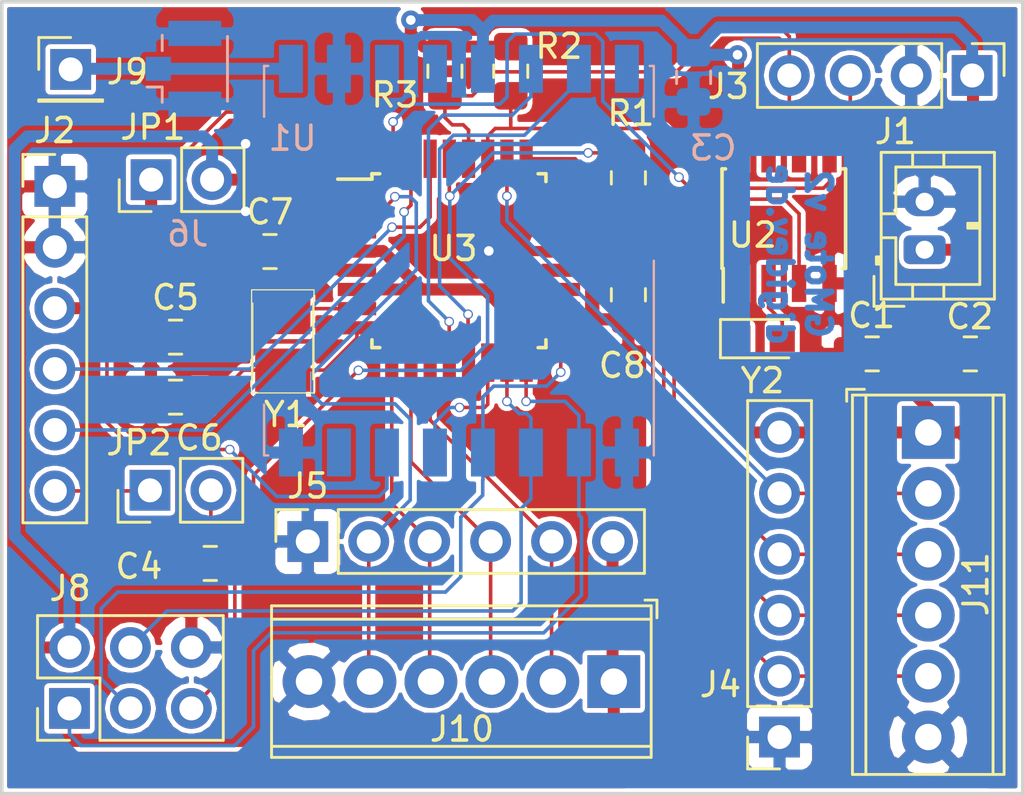
<source format=kicad_pcb>
(kicad_pcb (version 20171130) (host pcbnew 5.0.2+dfsg1-1)
  (title_block (title "GMote Small") (date 2019-02-26) (rev "Rev 0.2") (company DigiDev) (comment 1 https://www.digidev.de/gmote) (comment 2 2019/02) (comment 3 "Small Version") (comment 4 "Generic LoRaWAN Mote"))
  (layers (0 F.Cu signal) (31 B.Cu signal) (34 B.Paste user hide) (35 F.Paste user hide) (36 B.SilkS user) (37 F.SilkS user) (38 B.Mask user) (39 F.Mask user) (44 Edge.Cuts user))
  (net 0 "")
  (net 1 VCC)
  (net 2 GND)
  (net 3 Reset)
  (net 4 DTR)
  (net 5 XTAL1)
  (net 6 XTAL2)
  (net 7 "Net-(C8-Pad1)")
  (net 8 "Net-(J2-Pad3)")
  (net 9 RXI)
  (net 10 TXO)
  (net 11 "Net-(J2-Pad6)")
  (net 12 SDA)
  (net 13 SCL)
  (net 14 ADC0)
  (net 15 ADC1)
  (net 16 ADC2)
  (net 17 ADC3)
  (net 18 PD3)
  (net 19 PD4)
  (net 20 PD5)
  (net 21 PD6)
  (net 22 PD7)
  (net 23 ANT)
  (net 24 MISO)
  (net 25 SCK)
  (net 26 MOSI)
  (net 27 SS)
  (net 28 "Net-(U1-Pad7)")
  (net 29 "Net-(U1-Pad11)")
  (net 30 "Net-(U1-Pad12)")
  (net 31 PB0)
  (net 32 PB1)
  (net 33 "Net-(U1-Pad16)")
  (net 34 "Net-(U2-Pad1)")
  (net 35 "Net-(U2-Pad2)")
  (net 36 INT0)
  (net 37 "Net-(U2-Pad7)")
  (net 38 ADC6)
  (net 39 ADC7)
  (module Connector_JST:JST_PH_B2B-PH-K_1x02_P2.00mm_Vertical (layer F.Cu) (at 84.6328 27.5082 90)
    (fp_text reference J1 (at 4.9276 -1.2192 180) (layer F.SilkS))
    (fp_text value Conn_01x02_Male)
    (pad 1 thru_hole roundrect (at 0 0 90) (size 1.2 1.75) (drill 0.75) (layers *.Cu *.Mask) (roundrect_rratio 0.208333) (net 1 VCC))
    (pad 2 thru_hole oval (at 2 0 90) (size 1.2 1.75) (drill 0.75) (layers *.Cu *.Mask) (net 2 GND))
  )
  (module RF_Module:HOPERF_RFM9XW_SMD (layer B.Cu) (at 65.2272 27.9654 90)
    (fp_text reference U1 (at 5.1054 -6.9342 180) (layer B.SilkS) (effects (justify mirror)))
    (fp_text value RFM95W-868S2)
    (pad 1 smd rect (at -8 7 90) (size 2 1) (layers B.Cu B.Paste B.Mask) (net 2 GND))
    (pad 2 smd rect (at -8 5 90) (size 2 1) (layers B.Cu B.Paste B.Mask) (net 24 MISO))
    (pad 3 smd rect (at -8 3 90) (size 2 1) (layers B.Cu B.Paste B.Mask) (net 26 MOSI))
    (pad 4 smd rect (at -8 1 90) (size 2 1) (layers B.Cu B.Paste B.Mask) (net 25 SCK))
    (pad 5 smd rect (at -8 -1 90) (size 2 1) (layers B.Cu B.Paste B.Mask) (net 27 SS))
    (pad 6 smd rect (at -8 -3 90) (size 2 1) (layers B.Cu B.Paste B.Mask) (net 18 PD3))
    (pad 7 smd rect (at -8 -5 90) (size 2 1) (layers B.Cu B.Paste B.Mask) (net 28 "Net-(U1-Pad7)"))
    (pad 8 smd rect (at -8 -7 90) (size 2 1) (layers B.Cu B.Paste B.Mask) (net 2 GND))
    (pad 9 smd rect (at 8 -7 90) (size 2 1) (layers B.Cu B.Paste B.Mask) (net 23 ANT))
    (pad 10 smd rect (at 8 -5 90) (size 2 1) (layers B.Cu B.Paste B.Mask) (net 2 GND))
    (pad 11 smd rect (at 8 -3 90) (size 2 1) (layers B.Cu B.Paste B.Mask) (net 29 "Net-(U1-Pad11)"))
    (pad 12 smd rect (at 8 -1 90) (size 2 1) (layers B.Cu B.Paste B.Mask) (net 30 "Net-(U1-Pad12)"))
    (pad 13 smd rect (at 8 1 90) (size 2 1) (layers B.Cu B.Paste B.Mask) (net 1 VCC))
    (pad 14 smd rect (at 8 3 90) (size 2 1) (layers B.Cu B.Paste B.Mask) (net 31 PB0))
    (pad 15 smd rect (at 8 5 90) (size 2 1) (layers B.Cu B.Paste B.Mask) (net 32 PB1))
    (pad 16 smd rect (at 8 7 90) (size 2 1) (layers B.Cu B.Paste B.Mask) (net 33 "Net-(U1-Pad16)"))
  )
  (module Capacitor_SMD:C_0805_2012Metric_Pad1.15x1.40mm_HandSolder (layer F.Cu) (at 86.5378 31.8516 180)
    (fp_text reference C2 (at 0.0254 1.5494 180) (layer F.SilkS))
    (fp_text value 0.1uF)
    (pad 2 smd roundrect (at 1.025 0 180) (size 1.15 1.4) (layers F.Cu F.Paste F.Mask) (roundrect_rratio 0.217391) (net 2 GND))
    (pad 1 smd roundrect (at -1.025 0 180) (size 1.15 1.4) (layers F.Cu F.Paste F.Mask) (roundrect_rratio 0.217391) (net 1 VCC))
  )
  (module Capacitor_SMD:C_0805_2012Metric_Pad1.15x1.40mm_HandSolder (layer B.Cu) (at 75.0062 20.32 90)
    (fp_text reference C3 (at -2.9464 0.8128 180) (layer B.SilkS) (effects (justify mirror)))
    (fp_text value 0.1uF)
    (pad 2 smd roundrect (at 1.025 0 90) (size 1.15 1.4) (layers B.Cu B.Paste B.Mask) (roundrect_rratio 0.217391) (net 1 VCC))
    (pad 1 smd roundrect (at -1.025 0 90) (size 1.15 1.4) (layers B.Cu B.Paste B.Mask) (roundrect_rratio 0.217391) (net 2 GND))
  )
  (module Capacitor_SMD:C_0805_2012Metric_Pad1.15x1.40mm_HandSolder (layer F.Cu) (at 54.864 40.5892)
    (fp_text reference C4 (at -2.9718 0.127) (layer F.SilkS))
    (fp_text value 0.1uF)
    (pad 2 smd roundrect (at 1.025 0) (size 1.15 1.4) (layers F.Cu F.Paste F.Mask) (roundrect_rratio 0.217391) (net 3 Reset))
    (pad 1 smd roundrect (at -1.025 0) (size 1.15 1.4) (layers F.Cu F.Paste F.Mask) (roundrect_rratio 0.217391) (net 4 DTR))
  )
  (module Capacitor_SMD:C_0805_2012Metric_Pad1.15x1.40mm_HandSolder (layer F.Cu) (at 53.4162 31.1531)
    (fp_text reference C5 (at 0 -1.65) (layer F.SilkS))
    (fp_text value 16pF)
    (pad 2 smd roundrect (at 1.025 0) (size 1.15 1.4) (layers F.Cu F.Paste F.Mask) (roundrect_rratio 0.217391) (net 5 XTAL1))
    (pad 1 smd roundrect (at -1.025 0) (size 1.15 1.4) (layers F.Cu F.Paste F.Mask) (roundrect_rratio 0.217391) (net 2 GND))
  )
  (module Capacitor_SMD:C_0805_2012Metric_Pad1.15x1.40mm_HandSolder (layer F.Cu) (at 53.4162 33.655)
    (fp_text reference C6 (at 0.9906 1.7018) (layer F.SilkS))
    (fp_text value 16pF)
    (pad 1 smd roundrect (at -1.025 0) (size 1.15 1.4) (layers F.Cu F.Paste F.Mask) (roundrect_rratio 0.217391) (net 2 GND))
    (pad 2 smd roundrect (at 1.025 0) (size 1.15 1.4) (layers F.Cu F.Paste F.Mask) (roundrect_rratio 0.217391) (net 6 XTAL2))
  )
  (module Capacitor_SMD:C_0805_2012Metric_Pad1.15x1.40mm_HandSolder (layer F.Cu) (at 57.3532 27.5844)
    (fp_text reference C7 (at 0 -1.65) (layer F.SilkS))
    (fp_text value 0.1uF)
    (pad 1 smd roundrect (at -1.025 0) (size 1.15 1.4) (layers F.Cu F.Paste F.Mask) (roundrect_rratio 0.217391) (net 2 GND))
    (pad 2 smd roundrect (at 1.025 0) (size 1.15 1.4) (layers F.Cu F.Paste F.Mask) (roundrect_rratio 0.217391) (net 1 VCC))
  )
  (module Capacitor_SMD:C_0805_2012Metric_Pad1.15x1.40mm_HandSolder (layer F.Cu) (at 72.2884 29.3878 270)
    (fp_text reference C8 (at 2.9464 0.254) (layer F.SilkS))
    (fp_text value 0.1uF)
    (pad 2 smd roundrect (at 1.025 0 270) (size 1.15 1.4) (layers F.Cu F.Paste F.Mask) (roundrect_rratio 0.217391) (net 2 GND))
    (pad 1 smd roundrect (at -1.025 0 270) (size 1.15 1.4) (layers F.Cu F.Paste F.Mask) (roundrect_rratio 0.217391) (net 7 "Net-(C8-Pad1)"))
  )
  (module Connector_PinHeader_2.54mm:PinHeader_1x06_P2.54mm_Vertical (layer F.Cu) (at 48.387 24.8666)
    (fp_text reference J2 (at 0 -2.33) (layer F.SilkS))
    (fp_text value Conn_01x06_Male)
    (pad 1 thru_hole rect (at 0 0) (size 1.7 1.7) (drill 1) (layers *.Cu *.Mask) (net 2 GND))
    (pad 2 thru_hole oval (at 0 2.54) (size 1.7 1.7) (drill 1) (layers *.Cu *.Mask) (net 2 GND))
    (pad 3 thru_hole oval (at 0 5.08) (size 1.7 1.7) (drill 1) (layers *.Cu *.Mask) (net 8 "Net-(J2-Pad3)"))
    (pad 4 thru_hole oval (at 0 7.62) (size 1.7 1.7) (drill 1) (layers *.Cu *.Mask) (net 9 RXI))
    (pad 5 thru_hole oval (at 0 10.16) (size 1.7 1.7) (drill 1) (layers *.Cu *.Mask) (net 10 TXO))
    (pad 6 thru_hole oval (at 0 12.7) (size 1.7 1.7) (drill 1) (layers *.Cu *.Mask) (net 11 "Net-(J2-Pad6)"))
  )
  (module Connector_PinHeader_2.54mm:PinHeader_1x04_P2.54mm_Vertical (layer F.Cu) (at 86.614 20.2438 270)
    (fp_text reference J3 (at 0.4572 10.16) (layer F.SilkS))
    (fp_text value Conn_01x04_Male)
    (pad 1 thru_hole rect (at 0 0 270) (size 1.7 1.7) (drill 1) (layers *.Cu *.Mask) (net 1 VCC))
    (pad 2 thru_hole oval (at 0 2.54 270) (size 1.7 1.7) (drill 1) (layers *.Cu *.Mask) (net 2 GND))
    (pad 3 thru_hole oval (at 0 5.08 270) (size 1.7 1.7) (drill 1) (layers *.Cu *.Mask) (net 12 SDA))
    (pad 4 thru_hole oval (at 0 7.62 270) (size 1.7 1.7) (drill 1) (layers *.Cu *.Mask) (net 13 SCL))
  )
  (module Connector_PinSocket_2.54mm:PinSocket_1x06_P2.54mm_Vertical (layer F.Cu) (at 78.5876 47.8282 180)
    (fp_text reference J4 (at 2.4638 2.1844 180) (layer F.SilkS))
    (fp_text value Conn_ADC)
    (pad 6 thru_hole oval (at 0 12.7 180) (size 1.7 1.7) (drill 1) (layers *.Cu *.Mask) (net 1 VCC))
    (pad 5 thru_hole oval (at 0 10.16 180) (size 1.7 1.7) (drill 1) (layers *.Cu *.Mask) (net 17 ADC3))
    (pad 4 thru_hole oval (at 0 7.62 180) (size 1.7 1.7) (drill 1) (layers *.Cu *.Mask) (net 16 ADC2))
    (pad 3 thru_hole oval (at 0 5.08 180) (size 1.7 1.7) (drill 1) (layers *.Cu *.Mask) (net 15 ADC1))
    (pad 2 thru_hole oval (at 0 2.54 180) (size 1.7 1.7) (drill 1) (layers *.Cu *.Mask) (net 14 ADC0))
    (pad 1 thru_hole rect (at 0 0 180) (size 1.7 1.7) (drill 1) (layers *.Cu *.Mask) (net 2 GND))
  )
  (module Connector_PinSocket_2.54mm:PinSocket_1x06_P2.54mm_Vertical (layer F.Cu) (at 58.928 39.6748 90)
    (fp_text reference J5 (at 2.3114 0 180) (layer F.SilkS))
    (fp_text value Conn_IO)
    (pad 1 thru_hole rect (at 0 0 90) (size 1.7 1.7) (drill 1) (layers *.Cu *.Mask) (net 2 GND))
    (pad 2 thru_hole oval (at 0 2.54 90) (size 1.7 1.7) (drill 1) (layers *.Cu *.Mask) (net 19 PD4))
    (pad 3 thru_hole oval (at 0 5.08 90) (size 1.7 1.7) (drill 1) (layers *.Cu *.Mask) (net 20 PD5))
    (pad 4 thru_hole oval (at 0 7.62 90) (size 1.7 1.7) (drill 1) (layers *.Cu *.Mask) (net 21 PD6))
    (pad 5 thru_hole oval (at 0 10.16 90) (size 1.7 1.7) (drill 1) (layers *.Cu *.Mask) (net 22 PD7))
    (pad 6 thru_hole oval (at 0 12.7 90) (size 1.7 1.7) (drill 1) (layers *.Cu *.Mask) (net 1 VCC))
  )
  (module Connector_Coaxial:U.FL_Hirose_U.FL-R-SMT-1_Vertical (layer B.Cu) (at 53.7464 19.9644)
    (fp_text reference J6 (at 0.1778 6.8834) (layer B.SilkS) (effects (justify mirror)))
    (fp_text value Ant_UFL)
    (pad 2 smd rect (at 0.475 -1.475) (size 2.2 1.05) (layers B.Cu B.Paste B.Mask) (net 2 GND))
    (pad 1 smd rect (at -1.05 0) (size 1.05 1) (layers B.Cu B.Paste B.Mask) (net 23 ANT))
    (pad 2 smd rect (at 0.475 1.475) (size 2.2 1.05) (layers B.Cu B.Paste B.Mask) (net 2 GND))
  )
  (module Connector_PinHeader_2.54mm:PinHeader_2x03_P2.54mm_Vertical (layer F.Cu) (at 48.9966 46.6344 90)
    (fp_text reference J8 (at 5.0038 0.0254 180) (layer F.SilkS))
    (fp_text value AVR-ISP-6)
    (pad 1 thru_hole rect (at 0 0 90) (size 1.7 1.7) (drill 1) (layers *.Cu *.Mask) (net 24 MISO))
    (pad 2 thru_hole oval (at 2.54 0 90) (size 1.7 1.7) (drill 1) (layers *.Cu *.Mask) (net 1 VCC))
    (pad 3 thru_hole oval (at 0 2.54 90) (size 1.7 1.7) (drill 1) (layers *.Cu *.Mask) (net 25 SCK))
    (pad 4 thru_hole oval (at 2.54 2.54 90) (size 1.7 1.7) (drill 1) (layers *.Cu *.Mask) (net 26 MOSI))
    (pad 5 thru_hole oval (at 0 5.08 90) (size 1.7 1.7) (drill 1) (layers *.Cu *.Mask) (net 3 Reset))
    (pad 6 thru_hole oval (at 2.54 5.08 90) (size 1.7 1.7) (drill 1) (layers *.Cu *.Mask) (net 2 GND))
  )
  (module Connector_PinHeader_2.54mm:PinHeader_1x01_P2.54mm_Vertical (layer F.Cu) (at 49.0474 19.9898)
    (fp_text reference J9 (at 2.3622 0.1016) (layer F.SilkS))
    (fp_text value Conn_01x01_Male)
    (pad 1 thru_hole rect (at 0 0) (size 1.7 1.7) (drill 1) (layers *.Cu *.Mask) (net 23 ANT))
  )
  (module Connector_PinHeader_2.54mm:PinHeader_1x02_P2.54mm_Vertical (layer F.Cu) (at 52.4002 24.5872 90)
    (fp_text reference JP1 (at 2.1844 0.0762 180) (layer F.SilkS))
    (fp_text value Jumper)
    (pad 2 thru_hole oval (at 0 2.54 90) (size 1.7 1.7) (drill 1) (layers *.Cu *.Mask) (net 1 VCC))
    (pad 1 thru_hole rect (at 0 0 90) (size 1.7 1.7) (drill 1) (layers *.Cu *.Mask) (net 8 "Net-(J2-Pad3)"))
  )
  (module Connector_PinHeader_2.54mm:PinHeader_1x02_P2.54mm_Vertical (layer F.Cu) (at 52.3494 37.5412 90)
    (fp_text reference JP2 (at 1.9812 -0.4572 180) (layer F.SilkS))
    (fp_text value Jumper)
    (pad 1 thru_hole rect (at 0 0 90) (size 1.7 1.7) (drill 1) (layers *.Cu *.Mask) (net 11 "Net-(J2-Pad6)"))
    (pad 2 thru_hole oval (at 0 2.54 90) (size 1.7 1.7) (drill 1) (layers *.Cu *.Mask) (net 4 DTR))
  )
  (module Resistor_SMD:R_0805_2012Metric_Pad1.15x1.40mm_HandSolder (layer F.Cu) (at 72.2884 24.511 270)
    (fp_text reference R1 (at -2.6924 -0.1016) (layer F.SilkS))
    (fp_text value 10k)
    (pad 2 smd roundrect (at 1.025 0 270) (size 1.15 1.4) (layers F.Cu F.Paste F.Mask) (roundrect_rratio 0.217391) (net 1 VCC))
    (pad 1 smd roundrect (at -1.025 0 270) (size 1.15 1.4) (layers F.Cu F.Paste F.Mask) (roundrect_rratio 0.217391) (net 3 Reset))
  )
  (module Resistor_SMD:R_0805_2012Metric_Pad1.15x1.40mm_HandSolder (layer F.Cu) (at 67.3862 20.066 270)
    (fp_text reference R2 (at -1.0414 -2.0066) (layer F.SilkS))
    (fp_text value 10k)
    (pad 1 smd roundrect (at -1.025 0 270) (size 1.15 1.4) (layers F.Cu F.Paste F.Mask) (roundrect_rratio 0.217391) (net 1 VCC))
    (pad 2 smd roundrect (at 1.025 0 270) (size 1.15 1.4) (layers F.Cu F.Paste F.Mask) (roundrect_rratio 0.217391) (net 12 SDA))
  )
  (module Resistor_SMD:R_0805_2012Metric_Pad1.15x1.40mm_HandSolder (layer F.Cu) (at 64.643 20.066 270)
    (fp_text reference R3 (at 0.9906 2.0828) (layer F.SilkS))
    (fp_text value 10k)
    (pad 2 smd roundrect (at 1.025 0 270) (size 1.15 1.4) (layers F.Cu F.Paste F.Mask) (roundrect_rratio 0.217391) (net 13 SCL))
    (pad 1 smd roundrect (at -1.025 0 270) (size 1.15 1.4) (layers F.Cu F.Paste F.Mask) (roundrect_rratio 0.217391) (net 1 VCC))
  )
  (module Package_SO:SOIC-8_3.9x4.9mm_P1.27mm (layer F.Cu) (at 78.7654 26.2128 90)
    (fp_text reference U2 (at -0.6858 -1.2954 180) (layer F.SilkS))
    (fp_text value PCF8563T)
    (pad 1 smd rect (at -2.7 -1.905 90) (size 1.55 0.6) (layers F.Cu F.Paste F.Mask) (net 34 "Net-(U2-Pad1)"))
    (pad 2 smd rect (at -2.7 -0.635 90) (size 1.55 0.6) (layers F.Cu F.Paste F.Mask) (net 35 "Net-(U2-Pad2)"))
    (pad 3 smd rect (at -2.7 0.635 90) (size 1.55 0.6) (layers F.Cu F.Paste F.Mask) (net 36 INT0))
    (pad 4 smd rect (at -2.7 1.905 90) (size 1.55 0.6) (layers F.Cu F.Paste F.Mask) (net 2 GND))
    (pad 5 smd rect (at 2.7 1.905 90) (size 1.55 0.6) (layers F.Cu F.Paste F.Mask) (net 12 SDA))
    (pad 6 smd rect (at 2.7 0.635 90) (size 1.55 0.6) (layers F.Cu F.Paste F.Mask) (net 13 SCL))
    (pad 7 smd rect (at 2.7 -0.635 90) (size 1.55 0.6) (layers F.Cu F.Paste F.Mask) (net 37 "Net-(U2-Pad7)"))
    (pad 8 smd rect (at 2.7 -1.905 90) (size 1.55 0.6) (layers F.Cu F.Paste F.Mask) (net 1 VCC))
  )
  (module Package_QFP:TQFP-32_7x7mm_P0.8mm (layer F.Cu) (at 65.2272 27.9654)
    (fp_text reference U3 (at -0.2286 -0.508) (layer F.SilkS))
    (fp_text value ATmega328P-AU)
    (pad 32 smd rect (at -2.8 -4.25 90) (size 1.6 0.55) (layers F.Cu F.Paste F.Mask) (net 36 INT0))
    (pad 31 smd rect (at -2 -4.25 90) (size 1.6 0.55) (layers F.Cu F.Paste F.Mask) (net 10 TXO))
    (pad 30 smd rect (at -1.2 -4.25 90) (size 1.6 0.55) (layers F.Cu F.Paste F.Mask) (net 9 RXI))
    (pad 29 smd rect (at -0.4 -4.25 90) (size 1.6 0.55) (layers F.Cu F.Paste F.Mask) (net 3 Reset))
    (pad 28 smd rect (at 0.4 -4.25 90) (size 1.6 0.55) (layers F.Cu F.Paste F.Mask) (net 13 SCL))
    (pad 27 smd rect (at 1.2 -4.25 90) (size 1.6 0.55) (layers F.Cu F.Paste F.Mask) (net 12 SDA))
    (pad 26 smd rect (at 2 -4.25 90) (size 1.6 0.55) (layers F.Cu F.Paste F.Mask) (net 17 ADC3))
    (pad 25 smd rect (at 2.8 -4.25 90) (size 1.6 0.55) (layers F.Cu F.Paste F.Mask) (net 16 ADC2))
    (pad 24 smd rect (at 4.25 -2.8) (size 1.6 0.55) (layers F.Cu F.Paste F.Mask) (net 15 ADC1))
    (pad 23 smd rect (at 4.25 -2) (size 1.6 0.55) (layers F.Cu F.Paste F.Mask) (net 14 ADC0))
    (pad 22 smd rect (at 4.25 -1.2) (size 1.6 0.55) (layers F.Cu F.Paste F.Mask) (net 39 ADC7))
    (pad 21 smd rect (at 4.25 -0.4) (size 1.6 0.55) (layers F.Cu F.Paste F.Mask) (net 2 GND))
    (pad 20 smd rect (at 4.25 0.4) (size 1.6 0.55) (layers F.Cu F.Paste F.Mask) (net 7 "Net-(C8-Pad1)"))
    (pad 19 smd rect (at 4.25 1.2) (size 1.6 0.55) (layers F.Cu F.Paste F.Mask) (net 38 ADC6))
    (pad 18 smd rect (at 4.25 2) (size 1.6 0.55) (layers F.Cu F.Paste F.Mask) (net 1 VCC))
    (pad 17 smd rect (at 4.25 2.8) (size 1.6 0.55) (layers F.Cu F.Paste F.Mask) (net 25 SCK))
    (pad 16 smd rect (at 2.8 4.25 90) (size 1.6 0.55) (layers F.Cu F.Paste F.Mask) (net 24 MISO))
    (pad 15 smd rect (at 2 4.25 90) (size 1.6 0.55) (layers F.Cu F.Paste F.Mask) (net 26 MOSI))
    (pad 14 smd rect (at 1.2 4.25 90) (size 1.6 0.55) (layers F.Cu F.Paste F.Mask) (net 27 SS))
    (pad 13 smd rect (at 0.4 4.25 90) (size 1.6 0.55) (layers F.Cu F.Paste F.Mask) (net 32 PB1))
    (pad 12 smd rect (at -0.4 4.25 90) (size 1.6 0.55) (layers F.Cu F.Paste F.Mask) (net 31 PB0))
    (pad 11 smd rect (at -1.2 4.25 90) (size 1.6 0.55) (layers F.Cu F.Paste F.Mask) (net 22 PD7))
    (pad 10 smd rect (at -2 4.25 90) (size 1.6 0.55) (layers F.Cu F.Paste F.Mask) (net 21 PD6))
    (pad 9 smd rect (at -2.8 4.25 90) (size 1.6 0.55) (layers F.Cu F.Paste F.Mask) (net 20 PD5))
    (pad 8 smd rect (at -4.25 2.8) (size 1.6 0.55) (layers F.Cu F.Paste F.Mask) (net 6 XTAL2))
    (pad 7 smd rect (at -4.25 2) (size 1.6 0.55) (layers F.Cu F.Paste F.Mask) (net 5 XTAL1))
    (pad 6 smd rect (at -4.25 1.2) (size 1.6 0.55) (layers F.Cu F.Paste F.Mask) (net 1 VCC))
    (pad 5 smd rect (at -4.25 0.4) (size 1.6 0.55) (layers F.Cu F.Paste F.Mask) (net 2 GND))
    (pad 4 smd rect (at -4.25 -0.4) (size 1.6 0.55) (layers F.Cu F.Paste F.Mask) (net 1 VCC))
    (pad 3 smd rect (at -4.25 -1.2) (size 1.6 0.55) (layers F.Cu F.Paste F.Mask) (net 2 GND))
    (pad 2 smd rect (at -4.25 -2) (size 1.6 0.55) (layers F.Cu F.Paste F.Mask) (net 19 PD4))
    (pad 1 smd rect (at -4.25 -2.8) (size 1.6 0.55) (layers F.Cu F.Paste F.Mask) (net 18 PD3))
  )
  (module Crystal:Crystal_SMD_2012-2Pin_2.0x1.2mm_HandSoldering (layer F.Cu) (at 77.7748 31.2166)
    (fp_text reference Y2 (at 0.1016 1.7526) (layer F.SilkS))
    (fp_text value 32.768kHz)
    (pad 2 smd rect (at 0.925 0) (size 1.05 1.1) (layers F.Cu F.Paste F.Mask) (net 35 "Net-(U2-Pad2)"))
    (pad 1 smd rect (at -0.925 0) (size 1.05 1.1) (layers F.Cu F.Paste F.Mask) (net 34 "Net-(U2-Pad1)"))
  )
  (module TerminalBlock_Phoenix:TerminalBlock_Phoenix_MPT-0,5-6-2.54_1x06_P2.54mm_Horizontal (layer F.Cu) (at 71.6788 45.5168 180)
    (fp_text reference J10 (at 6.3246 -1.9812 180) (layer F.SilkS))
    (fp_text value Screw_Terminal_IO)
    (pad 6 thru_hole circle (at 12.7 0 180) (size 2.2 2.2) (drill 1.1) (layers *.Cu *.Mask) (net 2 GND))
    (pad 5 thru_hole circle (at 10.16 0 180) (size 2.2 2.2) (drill 1.1) (layers *.Cu *.Mask) (net 19 PD4))
    (pad 4 thru_hole circle (at 7.62 0 180) (size 2.2 2.2) (drill 1.1) (layers *.Cu *.Mask) (net 20 PD5))
    (pad 3 thru_hole circle (at 5.08 0 180) (size 2.2 2.2) (drill 1.1) (layers *.Cu *.Mask) (net 21 PD6))
    (pad 2 thru_hole circle (at 2.54 0 180) (size 2.2 2.2) (drill 1.1) (layers *.Cu *.Mask) (net 22 PD7))
    (pad 1 thru_hole rect (at 0 0 180) (size 2.2 2.2) (drill 1.1) (layers *.Cu *.Mask) (net 1 VCC))
  )
  (module TerminalBlock_Phoenix:TerminalBlock_Phoenix_MPT-0,5-6-2.54_1x06_P2.54mm_Horizontal (layer F.Cu) (at 84.7852 35.1282 270)
    (fp_text reference J11 (at 6.3246 -1.9812 270) (layer F.SilkS))
    (fp_text value Screw_Terminal_ADC)
    (pad 1 thru_hole rect (at 0 0 270) (size 2.2 2.2) (drill 1.1) (layers *.Cu *.Mask) (net 1 VCC))
    (pad 2 thru_hole circle (at 2.54 0 270) (size 2.2 2.2) (drill 1.1) (layers *.Cu *.Mask) (net 17 ADC3))
    (pad 3 thru_hole circle (at 5.08 0 270) (size 2.2 2.2) (drill 1.1) (layers *.Cu *.Mask) (net 16 ADC2))
    (pad 4 thru_hole circle (at 7.62 0 270) (size 2.2 2.2) (drill 1.1) (layers *.Cu *.Mask) (net 15 ADC1))
    (pad 5 thru_hole circle (at 10.16 0 270) (size 2.2 2.2) (drill 1.1) (layers *.Cu *.Mask) (net 14 ADC0))
    (pad 6 thru_hole circle (at 12.7 0 270) (size 2.2 2.2) (drill 1.1) (layers *.Cu *.Mask) (net 2 GND))
  )
  (module Capacitor_SMD:C_0805_2012Metric_Pad1.15x1.40mm_HandSolder (layer F.Cu) (at 82.4484 31.8516 180)
    (fp_text reference C1 (at 0.0254 1.6002 180) (layer F.SilkS))
    (fp_text value 10uF)
    (pad 2 smd roundrect (at 1.025 0 180) (size 1.15 1.4) (layers F.Cu F.Paste F.Mask) (roundrect_rratio 0.217391) (net 2 GND))
    (pad 1 smd roundrect (at -1.025 0 180) (size 1.15 1.4) (layers F.Cu F.Paste F.Mask) (roundrect_rratio 0.217391) (net 1 VCC))
  )
  (module gmote:Crystal_3.0x2.5_HandSoldering (layer F.Cu) (at 57.8866 31.3309 270)
    (fp_text reference Y1 (at 3.048 -0.127) (layer F.SilkS))
    (fp_text value 8Mhz)
    (pad 1 smd rect (at -1.2 0 270) (size 1.8 2.3) (layers F.Cu F.Paste F.Mask) (net 5 XTAL1))
    (pad 2 smd rect (at 1.2 0 270) (size 1.8 2.3) (layers F.Cu F.Paste F.Mask) (net 6 XTAL2))
  )
  (gr_text "GMote v2\ndigidev.de" (at 79.4004 27.686 270) (layer B.Cu) (effects (font (size 1 1) (thickness 0.25)) (justify mirror)))
  (gr_line (start 88.7222 17.1704) (end 46.1772 17.1704) (layer Edge.Cuts) (width 0.15))
  (gr_line (start 88.7222 50.1904) (end 88.7222 17.1704) (layer Edge.Cuts) (width 0.15))
  (gr_line (start 46.1772 50.1904) (end 88.7222 50.1904) (layer Edge.Cuts) (width 0.15))
  (gr_line (start 46.1772 17.1704) (end 46.1772 50.1904) (layer Edge.Cuts) (width 0.15))
  (segment (start 58.3972 27.5654) (end 58.3782 27.5844) (width 0.5) (layer F.Cu) (net 1))
  (segment (start 60.9772 27.5654) (end 58.3972 27.5654) (width 0.5) (layer F.Cu) (net 1))
  (segment (start 66.2522 19.9404) (end 66.2272 19.9654) (width 0.5) (layer B.Cu) (net 1))
  (segment (start 71.628 45.466) (end 71.6788 45.5168) (width 0.5) (layer F.Cu) (net 1))
  (segment (start 71.628 39.6748) (end 71.628 45.466) (width 0.5) (layer F.Cu) (net 1))
  (segment (start 78.5876 35.1282) (end 84.7852 35.1282) (width 0.5) (layer F.Cu) (net 1))
  (segment (start 66.2272 19.9654) (end 66.2272 19.4654) (width 0.5) (layer B.Cu) (net 1))
  (segment (start 75.629572 18.671628) (end 75.629572 18.655228) (width 0.5) (layer B.Cu) (net 1))
  (segment (start 75.0062 19.295) (end 75.629572 18.671628) (width 0.5) (layer B.Cu) (net 1))
  (segment (start 75.629572 18.655228) (end 76.0476 18.2372) (width 0.5) (layer B.Cu) (net 1))
  (segment (start 86.614 18.8938) (end 86.614 20.2438) (width 0.5) (layer B.Cu) (net 1))
  (segment (start 85.9574 18.2372) (end 86.614 18.8938) (width 0.5) (layer B.Cu) (net 1))
  (segment (start 76.0476 18.2372) (end 85.9574 18.2372) (width 0.5) (layer B.Cu) (net 1))
  (segment (start 87.5628 32.6516) (end 87.5628 31.8516) (width 0.5) (layer F.Cu) (net 1))
  (segment (start 87.5628 33.9506) (end 87.5628 32.6516) (width 0.5) (layer F.Cu) (net 1))
  (segment (start 76.8604 23.5128) (end 76.8604 19.4056) (width 0.5) (layer F.Cu) (net 1))
  (via (at 76.835 19.3802) (size 0.8) (drill 0.4) (layers F.Cu B.Cu) (net 1))
  (segment (start 76.8604 19.4056) (end 76.835 19.3802) (width 0.5) (layer F.Cu) (net 1))
  (segment (start 75.0914 19.3802) (end 75.0062 19.295) (width 0.5) (layer B.Cu) (net 1))
  (segment (start 76.835 19.3802) (end 75.0914 19.3802) (width 0.5) (layer B.Cu) (net 1))
  (segment (start 71.6788 45.5168) (end 71.6788 47.1168) (width 0.5) (layer F.Cu) (net 1))
  (segment (start 87.376 36.3982) (end 86.106 35.1282) (width 0.5) (layer F.Cu) (net 1))
  (segment (start 84.7852 35.1282) (end 86.106 35.1282) (width 0.5) (layer F.Cu) (net 1))
  (segment (start 58.3782 25.8916) (end 58.3782 27.5844) (width 0.5) (layer F.Cu) (net 1))
  (segment (start 57.0738 24.5872) (end 58.3782 25.8916) (width 0.5) (layer F.Cu) (net 1))
  (segment (start 60.9772 29.1654) (end 66.3002 29.1654) (width 0.5) (layer F.Cu) (net 1))
  (segment (start 67.1002 29.9654) (end 69.4772 29.9654) (width 0.5) (layer F.Cu) (net 1))
  (segment (start 66.3002 29.1654) (end 67.1002 29.9654) (width 0.5) (layer F.Cu) (net 1))
  (segment (start 63.662202 29.1654) (end 66.3002 29.1654) (width 0.5) (layer F.Cu) (net 1))
  (segment (start 62.062202 27.5654) (end 63.662202 29.1654) (width 0.5) (layer F.Cu) (net 1))
  (segment (start 60.9772 27.5654) (end 62.062202 27.5654) (width 0.5) (layer F.Cu) (net 1))
  (segment (start 77.385519 35.1282) (end 74.803 32.545681) (width 0.5) (layer F.Cu) (net 1))
  (segment (start 78.5876 35.1282) (end 77.385519 35.1282) (width 0.5) (layer F.Cu) (net 1))
  (segment (start 74.803 32.545681) (end 74.803 26.7716) (width 0.5) (layer F.Cu) (net 1))
  (segment (start 73.5674 25.536) (end 72.2884 25.536) (width 0.5) (layer F.Cu) (net 1))
  (segment (start 74.803 26.7716) (end 73.5674 25.536) (width 0.5) (layer F.Cu) (net 1))
  (segment (start 66.2272 19.9654) (end 66.2272 18.4654) (width 0.5) (layer B.Cu) (net 1))
  (segment (start 75.0062 19.295) (end 73.8976 18.1864) (width 0.5) (layer B.Cu) (net 1))
  (segment (start 87.376 36.3982) (end 87.376 49.0728) (width 0.5) (layer F.Cu) (net 1))
  (segment (start 87.376 49.0728) (end 86.7918 49.657) (width 0.5) (layer F.Cu) (net 1))
  (segment (start 86.7918 49.657) (end 72.644 49.657) (width 0.5) (layer F.Cu) (net 1))
  (segment (start 71.6788 48.6918) (end 71.6788 47.1168) (width 0.5) (layer F.Cu) (net 1))
  (segment (start 72.644 49.657) (end 71.6788 48.6918) (width 0.5) (layer F.Cu) (net 1))
  (segment (start 48.9966 41.7322) (end 48.9966 44.0944) (width 0.5) (layer B.Cu) (net 1))
  (segment (start 54.9402 23.1394) (end 54.5846 22.7838) (width 0.5) (layer B.Cu) (net 1))
  (segment (start 54.9402 24.5872) (end 54.9402 23.1394) (width 0.5) (layer B.Cu) (net 1))
  (segment (start 46.7106 39.4462) (end 48.9966 41.7322) (width 0.5) (layer B.Cu) (net 1))
  (segment (start 54.5846 22.7838) (end 47.244 22.7838) (width 0.5) (layer B.Cu) (net 1))
  (segment (start 47.244 22.7838) (end 46.7106 23.3172) (width 0.5) (layer B.Cu) (net 1))
  (segment (start 46.7106 23.3172) (end 46.7106 39.4462) (width 0.5) (layer B.Cu) (net 1))
  (segment (start 47.794519 44.0944) (end 47.2948 44.594119) (width 0.5) (layer F.Cu) (net 1))
  (segment (start 48.9966 44.0944) (end 47.794519 44.0944) (width 0.5) (layer F.Cu) (net 1))
  (segment (start 47.2948 44.594119) (end 47.2948 48.2346) (width 0.5) (layer F.Cu) (net 1))
  (segment (start 47.752 48.6918) (end 71.6788 48.6918) (width 0.5) (layer F.Cu) (net 1))
  (segment (start 47.2948 48.2346) (end 47.752 48.6918) (width 0.5) (layer F.Cu) (net 1))
  (segment (start 54.9402 24.5872) (end 57.0738 24.5872) (width 0.5) (layer F.Cu) (net 1))
  (segment (start 66.2272 18.4654) (end 66.2436 18.4654) (width 0.5) (layer B.Cu) (net 1))
  (segment (start 66.2272 18.4654) (end 66.2272 18.3802) (width 0.5) (layer B.Cu) (net 1))
  (segment (start 66.2272 18.3802) (end 66.6496 17.9578) (width 0.5) (layer B.Cu) (net 1))
  (segment (start 73.669 17.9578) (end 73.8976 18.1864) (width 0.5) (layer B.Cu) (net 1))
  (segment (start 66.6496 17.9578) (end 73.669 17.9578) (width 0.5) (layer B.Cu) (net 1))
  (segment (start 86.106 35.1282) (end 87.5628 33.9506) (width 0.5) (layer F.Cu) (net 1))
  (segment (start 64.643 19.041) (end 67.3862 19.041) (width 0.5) (layer F.Cu) (net 1))
  (segment (start 66.2272 18.3802) (end 66.2272 18.3736) (width 0.5) (layer B.Cu) (net 1))
  (segment (start 66.2272 18.3736) (end 65.786 17.9324) (width 0.5) (layer B.Cu) (net 1))
  (via (at 63.2206 17.9324) (size 0.8) (drill 0.4) (layers F.Cu B.Cu) (net 1))
  (segment (start 65.786 17.9324) (end 63.2206 17.9324) (width 0.5) (layer B.Cu) (net 1))
  (segment (start 63.763515 19.041) (end 64.643 19.041) (width 0.5) (layer F.Cu) (net 1))
  (segment (start 63.2206 17.9324) (end 63.2206 18.498085) (width 0.5) (layer F.Cu) (net 1))
  (segment (start 63.2206 18.498085) (end 63.763515 19.041) (width 0.5) (layer F.Cu) (net 1))
  (segment (start 86.1568 27.5082) (end 84.6328 27.5082) (width 0.5) (layer F.Cu) (net 1))
  (segment (start 86.6484 27.0166) (end 86.1568 27.5082) (width 0.5) (layer F.Cu) (net 1))
  (segment (start 86.614 20.2438) (end 86.6484 20.2782) (width 0.5) (layer F.Cu) (net 1))
  (segment (start 86.6484 20.2782) (end 86.6484 27.0166) (width 0.5) (layer F.Cu) (net 1))
  (segment (start 87.5628 28.9142) (end 86.1568 27.5082) (width 0.5) (layer F.Cu) (net 1))
  (segment (start 87.5628 31.8516) (end 87.5628 28.9142) (width 0.5) (layer F.Cu) (net 1))
  (segment (start 84.7852 35.1282) (end 84.7852 34.1122) (width 0.5) (layer F.Cu) (net 1))
  (segment (start 83.4734 32.8004) (end 83.4734 31.8516) (width 0.5) (layer F.Cu) (net 1))
  (segment (start 84.7852 34.1122) (end 83.4734 32.8004) (width 0.5) (layer F.Cu) (net 1))
  (segment (start 72.2376 30.4636) (end 72.2884 30.4128) (width 0.5) (layer F.Cu) (net 2))
  (segment (start 58.9788 45.5168) (end 58.957713 45.5168) (width 0.5) (layer F.Cu) (net 2))
  (via (at 66.4718 27.559) (size 0.8) (drill 0.4) (layers F.Cu B.Cu) (net 2))
  (via (at 56.3372 25.908) (size 0.8) (drill 0.4) (layers F.Cu B.Cu) (net 2))
  (via (at 56.3372 23.0886) (size 0.8) (drill 0.4) (layers F.Cu B.Cu) (net 2))
  (via (at 64.8462 25.273) (size 0.4) (drill 0.3) (layers F.Cu B.Cu) (net 3))
  (segment (start 64.8272 23.7154) (end 64.8272 25.254) (width 0.15) (layer F.Cu) (net 3))
  (segment (start 64.8272 25.254) (end 64.8462 25.273) (width 0.15) (layer F.Cu) (net 3))
  (via (at 70.612 23.4696) (size 0.4) (drill 0.3) (layers F.Cu B.Cu) (net 3))
  (segment (start 64.8462 25.273) (end 66.6496 23.4696) (width 0.15) (layer B.Cu) (net 3))
  (segment (start 66.6496 23.4696) (end 70.612 23.4696) (width 0.15) (layer B.Cu) (net 3))
  (segment (start 72.272 23.4696) (end 72.2884 23.486) (width 0.15) (layer F.Cu) (net 3))
  (segment (start 70.612 23.4696) (end 72.272 23.4696) (width 0.15) (layer F.Cu) (net 3))
  (via (at 61.0362 32.5374) (size 0.4) (drill 0.3) (layers F.Cu B.Cu) (net 3))
  (segment (start 55.889 44.822) (end 55.889 40.5892) (width 0.15) (layer F.Cu) (net 3))
  (segment (start 54.0766 46.6344) (end 55.889 44.822) (width 0.15) (layer F.Cu) (net 3))
  (segment (start 65.3034 32.5374) (end 61.0362 32.5374) (width 0.15) (layer B.Cu) (net 3))
  (segment (start 66.421 29.4386) (end 66.421 31.4198) (width 0.15) (layer B.Cu) (net 3))
  (segment (start 66.421 31.4198) (end 65.3034 32.5374) (width 0.15) (layer B.Cu) (net 3))
  (segment (start 64.8462 25.273) (end 64.8462 27.8638) (width 0.15) (layer B.Cu) (net 3))
  (segment (start 64.8462 27.8638) (end 66.421 29.4386) (width 0.15) (layer B.Cu) (net 3))
  (segment (start 56.6674 38.5572) (end 55.889 39.3356) (width 0.15) (layer F.Cu) (net 3))
  (segment (start 55.889 39.3356) (end 55.889 40.5892) (width 0.15) (layer F.Cu) (net 3))
  (segment (start 61.0362 32.5374) (end 56.6674 36.9062) (width 0.15) (layer F.Cu) (net 3))
  (segment (start 56.6674 36.9062) (end 56.6674 38.5572) (width 0.15) (layer F.Cu) (net 3))
  (segment (start 53.839 39.7256) (end 53.839 40.5892) (width 0.15) (layer F.Cu) (net 4))
  (segment (start 54.8894 37.5412) (end 54.8894 38.6752) (width 0.15) (layer F.Cu) (net 4))
  (segment (start 54.8894 38.6752) (end 53.839 39.7256) (width 0.15) (layer F.Cu) (net 4))
  (segment (start 58.0521 29.9654) (end 57.8866 30.1309) (width 0.15) (layer F.Cu) (net 5))
  (segment (start 60.9772 29.9654) (end 58.0521 29.9654) (width 0.15) (layer F.Cu) (net 5))
  (segment (start 54.4412 31.1531) (end 55.3974 31.1531) (width 0.15) (layer F.Cu) (net 5))
  (segment (start 56.4196 30.1309) (end 57.8866 30.1309) (width 0.15) (layer F.Cu) (net 5))
  (segment (start 55.3974 31.1531) (end 56.4196 30.1309) (width 0.15) (layer F.Cu) (net 5))
  (segment (start 59.1866 32.5309) (end 57.8866 32.5309) (width 0.15) (layer F.Cu) (net 6))
  (segment (start 59.6367 32.5309) (end 59.1866 32.5309) (width 0.15) (layer F.Cu) (net 6))
  (segment (start 60.9772 31.1904) (end 59.6367 32.5309) (width 0.15) (layer F.Cu) (net 6))
  (segment (start 60.9772 30.7654) (end 60.9772 31.1904) (width 0.15) (layer F.Cu) (net 6))
  (segment (start 56.2403 32.5309) (end 57.8866 32.5309) (width 0.15) (layer F.Cu) (net 6))
  (segment (start 54.4412 33.655) (end 55.1162 33.655) (width 0.15) (layer F.Cu) (net 6))
  (segment (start 55.1162 33.655) (end 56.2403 32.5309) (width 0.15) (layer F.Cu) (net 6))
  (segment (start 72.2858 28.3654) (end 72.2884 28.3628) (width 0.15) (layer F.Cu) (net 7))
  (segment (start 69.4772 28.3654) (end 72.2858 28.3654) (width 0.15) (layer F.Cu) (net 7))
  (segment (start 52.4002 25.5622) (end 52.4002 24.5872) (width 0.5) (layer F.Cu) (net 8))
  (segment (start 52.4002 27.135481) (end 52.4002 25.5622) (width 0.5) (layer F.Cu) (net 8))
  (segment (start 49.589081 29.9466) (end 52.4002 27.135481) (width 0.5) (layer F.Cu) (net 8))
  (segment (start 48.387 29.9466) (end 49.589081 29.9466) (width 0.5) (layer F.Cu) (net 8))
  (segment (start 56.5218 32.4866) (end 48.387 32.4866) (width 0.15) (layer B.Cu) (net 9))
  (segment (start 62.44 26.5684) (end 56.5218 32.4866) (width 0.15) (layer B.Cu) (net 9))
  (via (at 62.44 26.5684) (size 0.4) (drill 0.3) (layers F.Cu B.Cu) (net 9))
  (segment (start 64.0272 25.9904) (end 64.0272 26.1428) (width 0.15) (layer F.Cu) (net 9))
  (segment (start 64.0272 23.7154) (end 64.0272 25.9904) (width 0.15) (layer F.Cu) (net 9))
  (segment (start 64.0272 26.1428) (end 63.6016 26.5684) (width 0.15) (layer F.Cu) (net 9))
  (segment (start 63.6016 26.5684) (end 62.44 26.5684) (width 0.15) (layer F.Cu) (net 9))
  (segment (start 53.7464 35.0266) (end 54.864 35.0266) (width 0.15) (layer B.Cu) (net 10))
  (segment (start 53.7464 35.0266) (end 48.387 35.0266) (width 0.15) (layer B.Cu) (net 10))
  (segment (start 53.8226 35.0266) (end 53.7464 35.0266) (width 0.15) (layer B.Cu) (net 10))
  (segment (start 54.864 35.0266) (end 62.865 27.0256) (width 0.15) (layer B.Cu) (net 10))
  (segment (start 62.865 27.0256) (end 62.9412 26.9494) (width 0.15) (layer B.Cu) (net 10))
  (segment (start 63.2272 23.7154) (end 63.2272 25.6474) (width 0.15) (layer F.Cu) (net 10))
  (via (at 62.9412 25.9334) (size 0.4) (drill 0.3) (layers F.Cu B.Cu) (net 10))
  (segment (start 63.2272 25.6474) (end 62.9412 25.9334) (width 0.15) (layer F.Cu) (net 10))
  (segment (start 62.9412 26.9494) (end 62.9412 25.9334) (width 0.15) (layer B.Cu) (net 10))
  (segment (start 52.324 37.5666) (end 52.3494 37.5412) (width 0.15) (layer F.Cu) (net 11))
  (segment (start 48.387 37.5666) (end 52.324 37.5666) (width 0.15) (layer F.Cu) (net 11))
  (segment (start 80.6704 23.5128) (end 80.6704 23.0378) (width 0.15) (layer F.Cu) (net 12))
  (segment (start 81.534 20.2438) (end 81.534 21.7424) (width 0.15) (layer F.Cu) (net 12))
  (segment (start 81.5158 21.7424) (end 81.534 21.7424) (width 0.15) (layer F.Cu) (net 12))
  (segment (start 80.6704 22.5878) (end 81.5158 21.7424) (width 0.15) (layer F.Cu) (net 12))
  (segment (start 80.6704 23.5128) (end 80.6704 22.5878) (width 0.15) (layer F.Cu) (net 12))
  (segment (start 80.7644 23.4188) (end 80.6704 23.5128) (width 0.15) (layer F.Cu) (net 12))
  (segment (start 66.4272 22.7654) (end 66.739 22.4536) (width 0.15) (layer F.Cu) (net 12))
  (segment (start 66.4272 23.7154) (end 66.4272 22.7654) (width 0.15) (layer F.Cu) (net 12))
  (segment (start 73.787 22.4536) (end 76.2762 24.9428) (width 0.15) (layer F.Cu) (net 12))
  (segment (start 76.2762 24.9428) (end 80.4164 24.9428) (width 0.15) (layer F.Cu) (net 12))
  (segment (start 80.6704 24.6888) (end 80.6704 23.5128) (width 0.15) (layer F.Cu) (net 12))
  (segment (start 80.4164 24.9428) (end 80.6704 24.6888) (width 0.15) (layer F.Cu) (net 12))
  (segment (start 66.739 22.4536) (end 66.7766 22.4536) (width 0.15) (layer F.Cu) (net 12))
  (segment (start 67.3862 22.4282) (end 67.3608 22.4536) (width 0.15) (layer F.Cu) (net 12))
  (segment (start 67.3862 21.091) (end 67.3862 22.4282) (width 0.15) (layer F.Cu) (net 12))
  (segment (start 66.7766 22.4536) (end 67.3608 22.4536) (width 0.15) (layer F.Cu) (net 12))
  (segment (start 67.3608 22.4536) (end 73.787 22.4536) (width 0.15) (layer F.Cu) (net 12))
  (segment (start 79.4004 23.5128) (end 79.4004 22.098) (width 0.15) (layer F.Cu) (net 13))
  (segment (start 78.994 21.6916) (end 78.994 20.2438) (width 0.15) (layer F.Cu) (net 13))
  (segment (start 79.4004 22.098) (end 78.994 21.6916) (width 0.15) (layer F.Cu) (net 13))
  (segment (start 65.6272 22.7654) (end 65.6272 23.7154) (width 0.15) (layer F.Cu) (net 13))
  (segment (start 65.4068 22.3012) (end 65.6272 22.5216) (width 0.15) (layer F.Cu) (net 13))
  (segment (start 65.6272 22.5216) (end 65.6272 22.7654) (width 0.15) (layer F.Cu) (net 13))
  (segment (start 64.9478 22.3012) (end 65.4068 22.3012) (width 0.15) (layer F.Cu) (net 13))
  (segment (start 64.643 21.091) (end 64.643 21.9964) (width 0.15) (layer F.Cu) (net 13))
  (segment (start 64.643 21.9964) (end 64.9478 22.3012) (width 0.15) (layer F.Cu) (net 13))
  (segment (start 65.6272 22.5216) (end 65.6272 22.5108) (width 0.15) (layer F.Cu) (net 13))
  (segment (start 78.994 18.6182) (end 78.994 20.2438) (width 0.15) (layer F.Cu) (net 13))
  (segment (start 76.0476 18.3388) (end 78.7146 18.3388) (width 0.15) (layer F.Cu) (net 13))
  (segment (start 64.643 21.091) (end 65.777 21.091) (width 0.15) (layer F.Cu) (net 13))
  (segment (start 74.295 20.0914) (end 76.0476 18.3388) (width 0.15) (layer F.Cu) (net 13))
  (segment (start 66.0908 20.7772) (end 66.0908 20.3962) (width 0.15) (layer F.Cu) (net 13))
  (segment (start 78.7146 18.3388) (end 78.994 18.6182) (width 0.15) (layer F.Cu) (net 13))
  (segment (start 65.777 21.091) (end 66.0908 20.7772) (width 0.15) (layer F.Cu) (net 13))
  (segment (start 66.0908 20.3962) (end 66.3956 20.0914) (width 0.15) (layer F.Cu) (net 13))
  (segment (start 66.3956 20.0914) (end 74.295 20.0914) (width 0.15) (layer F.Cu) (net 13))
  (segment (start 78.5876 45.2882) (end 84.7852 45.2882) (width 0.15) (layer F.Cu) (net 14))
  (segment (start 73.3044 40.005) (end 78.5876 45.2882) (width 0.15) (layer F.Cu) (net 14))
  (segment (start 70.4272 25.9654) (end 70.612 26.1502) (width 0.15) (layer F.Cu) (net 14))
  (segment (start 71.501 27.4574) (end 72.9742 27.4574) (width 0.15) (layer F.Cu) (net 14))
  (segment (start 69.4772 25.9654) (end 70.4272 25.9654) (width 0.15) (layer F.Cu) (net 14))
  (segment (start 73.3044 27.7876) (end 73.3044 40.005) (width 0.15) (layer F.Cu) (net 14))
  (segment (start 70.612 26.1502) (end 70.612 26.5684) (width 0.15) (layer F.Cu) (net 14))
  (segment (start 70.612 26.5684) (end 71.501 27.4574) (width 0.15) (layer F.Cu) (net 14))
  (segment (start 72.9742 27.4574) (end 73.3044 27.7876) (width 0.15) (layer F.Cu) (net 14))
  (segment (start 78.5876 42.7482) (end 84.7852 42.7482) (width 0.15) (layer F.Cu) (net 15))
  (segment (start 73.7616 37.9222) (end 78.5876 42.7482) (width 0.15) (layer F.Cu) (net 15))
  (segment (start 73.7616 27.820522) (end 73.7616 37.9222) (width 0.15) (layer F.Cu) (net 15))
  (segment (start 70.1234 25.1654) (end 70.988209 26.030209) (width 0.15) (layer F.Cu) (net 15))
  (segment (start 69.4772 25.1654) (end 70.1234 25.1654) (width 0.15) (layer F.Cu) (net 15))
  (segment (start 70.988209 26.030209) (end 70.988209 26.372129) (width 0.15) (layer F.Cu) (net 15))
  (segment (start 72.978398 27.03732) (end 73.7616 27.820522) (width 0.15) (layer F.Cu) (net 15))
  (segment (start 70.988209 26.372129) (end 71.6534 27.03732) (width 0.15) (layer F.Cu) (net 15))
  (segment (start 71.6534 27.03732) (end 72.978398 27.03732) (width 0.15) (layer F.Cu) (net 15))
  (segment (start 78.5876 40.2082) (end 84.7852 40.2082) (width 0.15) (layer F.Cu) (net 16))
  (segment (start 69.507202 23.7154) (end 68.0272 23.7154) (width 0.15) (layer F.Cu) (net 16))
  (segment (start 71.288219 24.933219) (end 70.0704 23.7154) (width 0.15) (layer F.Cu) (net 16))
  (segment (start 74.1934 35.814) (end 74.1934 27.7876) (width 0.15) (layer F.Cu) (net 16))
  (segment (start 78.5876 40.2082) (end 74.1934 35.814) (width 0.15) (layer F.Cu) (net 16))
  (segment (start 74.1934 27.7876) (end 72.9234 26.5176) (width 0.15) (layer F.Cu) (net 16))
  (segment (start 70.0704 23.7154) (end 69.507202 23.7154) (width 0.15) (layer F.Cu) (net 16))
  (segment (start 71.5772 26.5176) (end 71.288219 26.228619) (width 0.15) (layer F.Cu) (net 16))
  (segment (start 71.288219 26.228619) (end 71.288219 24.933219) (width 0.15) (layer F.Cu) (net 16))
  (segment (start 72.9234 26.5176) (end 71.5772 26.5176) (width 0.15) (layer F.Cu) (net 16))
  (segment (start 79.789681 37.6682) (end 84.7852 37.6682) (width 0.15) (layer F.Cu) (net 17))
  (segment (start 78.5876 37.6682) (end 79.789681 37.6682) (width 0.15) (layer F.Cu) (net 17))
  (segment (start 67.2272 23.7154) (end 67.2272 25.273) (width 0.15) (layer F.Cu) (net 17))
  (via (at 67.2272 25.273) (size 0.4) (drill 0.3) (layers F.Cu B.Cu) (net 17))
  (segment (start 67.2272 26.3078) (end 78.5876 37.6682) (width 0.15) (layer B.Cu) (net 17))
  (segment (start 67.2272 25.273) (end 67.2272 26.3078) (width 0.15) (layer B.Cu) (net 17))
  (via (at 55.6768 35.8394) (size 0.4) (drill 0.3) (layers F.Cu B.Cu) (net 18))
  (segment (start 55.6768 35.8394) (end 57.6326 37.7952) (width 0.15) (layer B.Cu) (net 18))
  (segment (start 57.6326 37.7952) (end 61.8998 37.7952) (width 0.15) (layer B.Cu) (net 18))
  (segment (start 62.2272 37.4678) (end 62.2272 35.9654) (width 0.15) (layer B.Cu) (net 18))
  (segment (start 61.8998 37.7952) (end 62.2272 37.4678) (width 0.15) (layer B.Cu) (net 18))
  (segment (start 56.6296 21.7678) (end 60.0272 25.1654) (width 0.15) (layer F.Cu) (net 18))
  (segment (start 51.689 35.8394) (end 50.5587 34.7091) (width 0.15) (layer F.Cu) (net 18))
  (segment (start 60.0272 25.1654) (end 60.9772 25.1654) (width 0.15) (layer F.Cu) (net 18))
  (segment (start 50.5587 34.7091) (end 50.5587 30.3657) (width 0.15) (layer F.Cu) (net 18))
  (segment (start 55.6768 35.8394) (end 51.689 35.8394) (width 0.15) (layer F.Cu) (net 18))
  (segment (start 50.5587 30.3657) (end 53.6702 27.2542) (width 0.15) (layer F.Cu) (net 18))
  (segment (start 53.6702 27.2542) (end 53.6702 23.622) (width 0.15) (layer F.Cu) (net 18))
  (segment (start 55.5244 21.7678) (end 56.6296 21.7678) (width 0.15) (layer F.Cu) (net 18))
  (segment (start 53.6702 23.622) (end 55.5244 21.7678) (width 0.15) (layer F.Cu) (net 18))
  (segment (start 61.468 45.466) (end 61.5188 45.5168) (width 0.15) (layer F.Cu) (net 19))
  (segment (start 61.468 39.6748) (end 61.468 45.466) (width 0.15) (layer F.Cu) (net 19))
  (via (at 62.5602 25.2984) (size 0.4) (drill 0.3) (layers F.Cu B.Cu) (net 19))
  (segment (start 62.5602 25.3324) (end 62.5602 25.2984) (width 0.15) (layer F.Cu) (net 19))
  (segment (start 60.9772 25.9654) (end 61.9272 25.9654) (width 0.15) (layer F.Cu) (net 19))
  (segment (start 61.9272 25.9654) (end 62.5602 25.3324) (width 0.15) (layer F.Cu) (net 19))
  (segment (start 63.1952 34.5694) (end 63.1952 37.9476) (width 0.15) (layer B.Cu) (net 19))
  (segment (start 63.1952 37.9476) (end 61.468 39.6748) (width 0.15) (layer B.Cu) (net 19))
  (segment (start 62.5602 33.9344) (end 63.1952 34.5694) (width 0.15) (layer B.Cu) (net 19))
  (segment (start 62.5602 25.2984) (end 63.1952 25.2984) (width 0.15) (layer B.Cu) (net 19))
  (segment (start 59.1312 32.6644) (end 59.1312 33.5534) (width 0.15) (layer B.Cu) (net 19))
  (segment (start 59.5122 33.9344) (end 62.5602 33.9344) (width 0.15) (layer B.Cu) (net 19))
  (segment (start 63.1952 25.2984) (end 63.4492 25.5524) (width 0.15) (layer B.Cu) (net 19))
  (segment (start 63.4492 28.3464) (end 59.1312 32.6644) (width 0.15) (layer B.Cu) (net 19))
  (segment (start 59.1312 33.5534) (end 59.5122 33.9344) (width 0.15) (layer B.Cu) (net 19))
  (segment (start 63.4492 25.5524) (end 63.4492 28.3464) (width 0.15) (layer B.Cu) (net 19))
  (segment (start 64.008 45.466) (end 64.0588 45.5168) (width 0.15) (layer F.Cu) (net 20))
  (segment (start 64.008 39.6748) (end 64.008 45.466) (width 0.15) (layer F.Cu) (net 20))
  (segment (start 62.4272 38.094) (end 64.008 39.6748) (width 0.15) (layer F.Cu) (net 20))
  (segment (start 62.4272 32.2154) (end 62.4272 38.094) (width 0.15) (layer F.Cu) (net 20))
  (segment (start 66.548 45.466) (end 66.5988 45.5168) (width 0.15) (layer F.Cu) (net 21))
  (segment (start 66.548 39.6748) (end 66.548 45.466) (width 0.15) (layer F.Cu) (net 21))
  (segment (start 63.2272 36.354) (end 66.548 39.6748) (width 0.15) (layer F.Cu) (net 21))
  (segment (start 63.2272 32.2154) (end 63.2272 36.354) (width 0.15) (layer F.Cu) (net 21))
  (segment (start 69.088 45.466) (end 69.1388 45.5168) (width 0.15) (layer F.Cu) (net 22))
  (segment (start 69.088 39.6748) (end 69.088 45.466) (width 0.15) (layer F.Cu) (net 22))
  (segment (start 64.0272 34.614) (end 69.088 39.6748) (width 0.15) (layer F.Cu) (net 22))
  (segment (start 64.0272 32.2154) (end 64.0272 34.614) (width 0.15) (layer F.Cu) (net 22))
  (segment (start 52.6974 19.9654) (end 52.6964 19.9644) (width 0.5) (layer B.Cu) (net 23))
  (segment (start 58.2272 19.9654) (end 52.6974 19.9654) (width 0.5) (layer B.Cu) (net 23))
  (segment (start 49.0728 19.9644) (end 49.0474 19.9898) (width 0.5) (layer B.Cu) (net 23))
  (segment (start 52.6964 19.9644) (end 49.0728 19.9644) (width 0.5) (layer B.Cu) (net 23))
  (segment (start 70.2272 35.9654) (end 70.2272 35.4654) (width 0.15) (layer B.Cu) (net 24))
  (segment (start 68.0272 32.2154) (end 68.0272 33.8328) (width 0.15) (layer F.Cu) (net 24))
  (via (at 68.0272 33.8328) (size 0.4) (drill 0.3) (layers F.Cu B.Cu) (net 24))
  (segment (start 68.0272 33.8328) (end 69.6468 33.8328) (width 0.15) (layer B.Cu) (net 24))
  (segment (start 70.2272 34.4132) (end 70.2272 35.9654) (width 0.15) (layer B.Cu) (net 24))
  (segment (start 69.6468 33.8328) (end 70.2272 34.4132) (width 0.15) (layer B.Cu) (net 24))
  (segment (start 70.2272 35.9654) (end 70.2272 38.5788) (width 0.15) (layer B.Cu) (net 24))
  (segment (start 70.2272 38.5788) (end 70.3326 38.6842) (width 0.15) (layer B.Cu) (net 24))
  (segment (start 70.3326 38.6842) (end 70.3326 41.91) (width 0.15) (layer B.Cu) (net 24))
  (segment (start 70.3326 41.91) (end 68.7578 43.4848) (width 0.15) (layer B.Cu) (net 24))
  (segment (start 68.7578 43.4848) (end 68.4022 43.4848) (width 0.15) (layer B.Cu) (net 24))
  (segment (start 57.404 43.4848) (end 56.6674 44.2214) (width 0.15) (layer B.Cu) (net 24))
  (segment (start 56.6674 44.2214) (end 56.6674 47.3964) (width 0.15) (layer B.Cu) (net 24))
  (segment (start 56.6674 47.3964) (end 55.88 48.1838) (width 0.15) (layer B.Cu) (net 24))
  (segment (start 55.88 48.1838) (end 49.4792 48.1838) (width 0.15) (layer B.Cu) (net 24))
  (segment (start 48.9966 47.7012) (end 48.9966 46.6344) (width 0.15) (layer B.Cu) (net 24))
  (segment (start 49.4792 48.1838) (end 48.9966 47.7012) (width 0.15) (layer B.Cu) (net 24))
  (segment (start 68.4022 43.4848) (end 57.404 43.4848) (width 0.15) (layer B.Cu) (net 24))
  (segment (start 66.2272 35.9654) (end 66.2272 33.6456) (width 0.15) (layer B.Cu) (net 25))
  (segment (start 66.2272 33.6456) (end 66.465001 33.407799) (width 0.15) (layer B.Cu) (net 25))
  (segment (start 66.465001 33.407799) (end 66.675 33.1978) (width 0.15) (layer B.Cu) (net 25))
  (segment (start 66.675 33.1978) (end 68.8848 33.1978) (width 0.15) (layer B.Cu) (net 25))
  (via (at 69.469 32.6136) (size 0.4) (drill 0.3) (layers F.Cu B.Cu) (net 25))
  (segment (start 68.8848 33.1978) (end 69.469 32.6136) (width 0.15) (layer B.Cu) (net 25))
  (segment (start 69.469 30.7736) (end 69.4772 30.7654) (width 0.15) (layer F.Cu) (net 25))
  (segment (start 69.469 32.6136) (end 69.469 30.7736) (width 0.15) (layer F.Cu) (net 25))
  (segment (start 50.3174 45.4152) (end 51.5366 46.6344) (width 0.15) (layer B.Cu) (net 25))
  (segment (start 50.3174 42.4688) (end 50.3174 45.4152) (width 0.15) (layer B.Cu) (net 25))
  (segment (start 51.0032 41.783) (end 50.3174 42.4688) (width 0.15) (layer B.Cu) (net 25))
  (segment (start 64.6684 41.783) (end 51.0032 41.783) (width 0.15) (layer B.Cu) (net 25))
  (segment (start 66.2272 37.1154) (end 66.2178 37.1248) (width 0.15) (layer B.Cu) (net 25))
  (segment (start 65.3034 41.148) (end 64.6684 41.783) (width 0.15) (layer B.Cu) (net 25))
  (segment (start 66.2178 37.1248) (end 66.2178 37.7444) (width 0.15) (layer B.Cu) (net 25))
  (segment (start 66.2178 37.7444) (end 65.3034 38.6588) (width 0.15) (layer B.Cu) (net 25))
  (segment (start 66.2272 35.9654) (end 66.2272 37.1154) (width 0.15) (layer B.Cu) (net 25))
  (segment (start 65.3034 38.6588) (end 65.3034 41.148) (width 0.15) (layer B.Cu) (net 25))
  (segment (start 67.2272 32.2154) (end 67.2272 33.8328) (width 0.15) (layer F.Cu) (net 26))
  (via (at 67.2272 33.8328) (size 0.4) (drill 0.3) (layers F.Cu B.Cu) (net 26))
  (segment (start 68.0466 34.3408) (end 67.7352 34.3408) (width 0.15) (layer B.Cu) (net 26))
  (segment (start 67.7352 34.3408) (end 67.2272 33.8328) (width 0.15) (layer B.Cu) (net 26))
  (segment (start 68.2272 35.9654) (end 68.2272 34.5214) (width 0.15) (layer B.Cu) (net 26))
  (segment (start 68.2272 34.5214) (end 68.0466 34.3408) (width 0.15) (layer B.Cu) (net 26))
  (segment (start 68.2272 36.4654) (end 68.2244 36.4682) (width 0.15) (layer B.Cu) (net 26))
  (segment (start 68.2272 35.9654) (end 68.2272 36.4654) (width 0.15) (layer B.Cu) (net 26))
  (segment (start 68.2244 36.4682) (end 68.2244 37.8968) (width 0.15) (layer B.Cu) (net 26))
  (segment (start 68.2244 37.8968) (end 67.818 38.3032) (width 0.15) (layer B.Cu) (net 26))
  (segment (start 67.818 38.3032) (end 67.818 42.2148) (width 0.15) (layer B.Cu) (net 26))
  (segment (start 67.818 42.2148) (end 67.4624 42.5704) (width 0.15) (layer B.Cu) (net 26))
  (segment (start 53.0606 42.5704) (end 51.5366 44.0944) (width 0.15) (layer B.Cu) (net 26))
  (segment (start 67.4624 42.5704) (end 53.0606 42.5704) (width 0.15) (layer B.Cu) (net 26))
  (segment (start 66.4272 33.8328) (end 66.4272 32.2154) (width 0.15) (layer F.Cu) (net 27))
  (segment (start 66.4272 33.8328) (end 66.4272 33.9536) (width 0.15) (layer F.Cu) (net 27))
  (via (at 65.2526 34.0868) (size 0.4) (drill 0.3) (layers F.Cu B.Cu) (net 27))
  (segment (start 66.4272 33.9536) (end 66.294 34.0868) (width 0.15) (layer F.Cu) (net 27))
  (segment (start 66.294 34.0868) (end 65.2526 34.0868) (width 0.15) (layer F.Cu) (net 27))
  (segment (start 64.2272 34.7058) (end 64.2272 35.9654) (width 0.15) (layer B.Cu) (net 27))
  (segment (start 65.2526 34.0868) (end 64.8462 34.0868) (width 0.15) (layer B.Cu) (net 27))
  (segment (start 64.8462 34.0868) (end 64.2272 34.7058) (width 0.15) (layer B.Cu) (net 27))
  (via (at 64.8208 30.5054) (size 0.4) (drill 0.3) (layers F.Cu B.Cu) (net 31))
  (segment (start 64.8208 32.209) (end 64.8272 32.2154) (width 0.15) (layer F.Cu) (net 31))
  (segment (start 64.8208 30.5054) (end 64.8208 32.209) (width 0.15) (layer F.Cu) (net 31))
  (segment (start 67.4478 21.8948) (end 64.5668 21.8948) (width 0.15) (layer B.Cu) (net 31))
  (segment (start 68.2272 19.9654) (end 68.2272 21.1154) (width 0.15) (layer B.Cu) (net 31))
  (segment (start 68.2272 21.1154) (end 67.4478 21.8948) (width 0.15) (layer B.Cu) (net 31))
  (segment (start 63.9572 29.6418) (end 64.620801 30.305401) (width 0.15) (layer B.Cu) (net 31))
  (segment (start 63.9572 22.5044) (end 63.9572 29.6418) (width 0.15) (layer B.Cu) (net 31))
  (segment (start 64.620801 30.305401) (end 64.8208 30.5054) (width 0.15) (layer B.Cu) (net 31))
  (segment (start 64.5668 21.8948) (end 63.9572 22.5044) (width 0.15) (layer B.Cu) (net 31))
  (via (at 65.6082 30.2006) (size 0.4) (drill 0.3) (layers F.Cu B.Cu) (net 32))
  (segment (start 65.6082 32.1964) (end 65.6272 32.2154) (width 0.15) (layer F.Cu) (net 32))
  (segment (start 65.6082 30.2006) (end 65.6082 32.1964) (width 0.15) (layer F.Cu) (net 32))
  (segment (start 70.2272 20.4654) (end 70.2272 19.9654) (width 0.15) (layer B.Cu) (net 32))
  (segment (start 64.9986 22.733) (end 67.9596 22.733) (width 0.15) (layer B.Cu) (net 32))
  (segment (start 67.9596 22.733) (end 70.2272 20.4654) (width 0.15) (layer B.Cu) (net 32))
  (segment (start 65.6082 30.2006) (end 64.421199 29.013599) (width 0.15) (layer B.Cu) (net 32))
  (segment (start 64.421199 23.310401) (end 64.9986 22.733) (width 0.15) (layer B.Cu) (net 32))
  (segment (start 64.421199 29.013599) (end 64.421199 23.310401) (width 0.15) (layer B.Cu) (net 32))
  (segment (start 76.8604 31.206) (end 76.8498 31.2166) (width 0.15) (layer F.Cu) (net 34))
  (segment (start 76.8604 28.9128) (end 76.8604 31.206) (width 0.15) (layer F.Cu) (net 34))
  (segment (start 78.1304 28.9128) (end 78.1304 29.9212) (width 0.15) (layer F.Cu) (net 35))
  (segment (start 78.6998 30.4906) (end 78.6998 31.2166) (width 0.15) (layer F.Cu) (net 35))
  (segment (start 78.1304 29.9212) (end 78.6998 30.4906) (width 0.15) (layer F.Cu) (net 35))
  (via (at 74.3966 24.4856) (size 0.4) (drill 0.3) (layers F.Cu B.Cu) (net 36))
  (via (at 62.484 22.1742) (size 0.4) (drill 0.3) (layers F.Cu B.Cu) (net 36))
  (segment (start 62.484 23.6586) (end 62.4272 23.7154) (width 0.15) (layer F.Cu) (net 36))
  (segment (start 62.484 22.1742) (end 62.484 23.6586) (width 0.15) (layer F.Cu) (net 36))
  (segment (start 79.4004 27.9878) (end 79.4004 28.9128) (width 0.15) (layer F.Cu) (net 36))
  (segment (start 79.4004 26.0096) (end 79.4004 27.9878) (width 0.15) (layer F.Cu) (net 36))
  (segment (start 78.7908 25.4) (end 79.4004 26.0096) (width 0.15) (layer F.Cu) (net 36))
  (segment (start 75.311 25.4) (end 78.7908 25.4) (width 0.15) (layer F.Cu) (net 36))
  (segment (start 74.3966 24.4856) (end 75.311 25.4) (width 0.15) (layer F.Cu) (net 36))
  (segment (start 71.2216 18.8214) (end 71.2216 21.3106) (width 0.15) (layer B.Cu) (net 36))
  (segment (start 71.2216 21.3106) (end 71.5518 21.6408) (width 0.15) (layer B.Cu) (net 36))
  (segment (start 70.9168 18.5166) (end 71.2216 18.8214) (width 0.15) (layer B.Cu) (net 36))
  (segment (start 63.2206 21.4376) (end 66.929 21.4376) (width 0.15) (layer B.Cu) (net 36))
  (segment (start 71.5518 21.6408) (end 74.3966 24.4856) (width 0.15) (layer B.Cu) (net 36))
  (segment (start 67.2338 18.8468) (end 67.564 18.5166) (width 0.15) (layer B.Cu) (net 36))
  (segment (start 62.484 22.1742) (end 63.2206 21.4376) (width 0.15) (layer B.Cu) (net 36))
  (segment (start 66.929 21.4376) (end 67.2338 21.1328) (width 0.15) (layer B.Cu) (net 36))
  (segment (start 67.2338 21.1328) (end 67.2338 18.8468) (width 0.15) (layer B.Cu) (net 36))
  (segment (start 67.564 18.5166) (end 70.9168 18.5166) (width 0.15) (layer B.Cu) (net 36))
  (zone (net 2) (net_name GND) (layer F.Cu) (connect_pads (clearance 0.15)) (min_thickness 0.15) (fill yes (arc_segments 16) (thermal_gap 0.508) (thermal_bridge_width 0.508))
    (polygon (pts (xy 46.1772 17.1704) (xy 46.1772 50.1904) (xy 88.7222 50.1904) (xy 88.7222 17.1704)))
  )
  (zone (net 2) (net_name GND) (layer B.Cu) (connect_pads (clearance 0.15)) (min_thickness 0.15) (fill yes (arc_segments 16) (thermal_gap 0.508) (thermal_bridge_width 0.508))
    (polygon (pts (xy 46.1772 17.1704) (xy 46.1772 50.1904) (xy 88.7222 50.1904) (xy 88.7222 17.1704)))
  )
)
</source>
